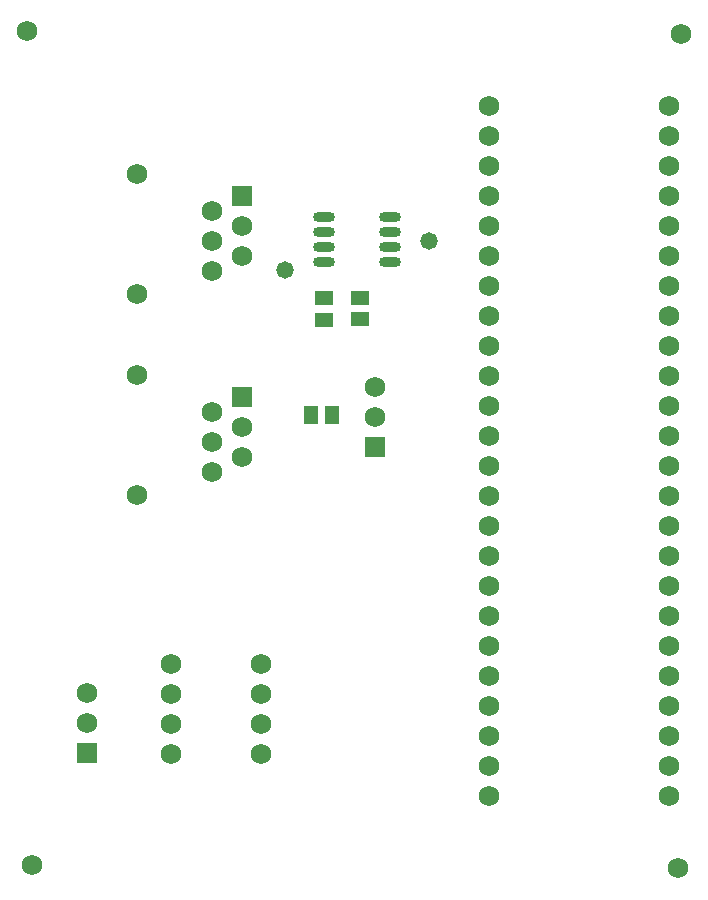
<source format=gbr>
%TF.GenerationSoftware,Altium Limited,Altium Designer,19.1.8 (144)*%
G04 Layer_Color=8388736*
%FSLAX26Y26*%
%MOIN*%
%TF.FileFunction,Soldermask,Top*%
%TF.Part,Single*%
G01*
G75*
%TA.AperFunction,ComponentPad*%
%ADD21C,0.068000*%
%ADD22R,0.068000X0.068000*%
%TA.AperFunction,ViaPad*%
%ADD23C,0.068000*%
%ADD24C,0.058000*%
%TA.AperFunction,SMDPad,CuDef*%
%ADD28R,0.049339X0.059181*%
%ADD29R,0.063118X0.049339*%
%ADD30R,0.059181X0.049339*%
%ADD31O,0.072961X0.033591*%
D21*
X2270000Y1065000D02*
D03*
Y1165000D02*
D03*
Y1265000D02*
D03*
Y2665000D02*
D03*
Y2565000D02*
D03*
Y2465000D02*
D03*
X1670000Y1265000D02*
D03*
X2270000Y965000D02*
D03*
Y865000D02*
D03*
Y765000D02*
D03*
Y665000D02*
D03*
Y565000D02*
D03*
Y465000D02*
D03*
Y365000D02*
D03*
X1670000D02*
D03*
Y465000D02*
D03*
Y565000D02*
D03*
Y665000D02*
D03*
Y765000D02*
D03*
Y865000D02*
D03*
Y965000D02*
D03*
Y1065000D02*
D03*
Y1165000D02*
D03*
X2270000Y2365000D02*
D03*
Y2265000D02*
D03*
Y2165000D02*
D03*
Y2065000D02*
D03*
Y1965000D02*
D03*
Y1865000D02*
D03*
Y1765000D02*
D03*
Y1665000D02*
D03*
Y1565000D02*
D03*
Y1465000D02*
D03*
Y1365000D02*
D03*
X1670000D02*
D03*
Y1465000D02*
D03*
Y1565000D02*
D03*
Y1665000D02*
D03*
Y1765000D02*
D03*
Y1865000D02*
D03*
Y1965000D02*
D03*
Y2065000D02*
D03*
Y2165000D02*
D03*
Y2265000D02*
D03*
Y2365000D02*
D03*
Y2465000D02*
D03*
Y2565000D02*
D03*
Y2665000D02*
D03*
X1290000Y1630000D02*
D03*
Y1730000D02*
D03*
X330000Y710000D02*
D03*
Y610000D02*
D03*
X910000Y505000D02*
D03*
Y605000D02*
D03*
Y705000D02*
D03*
Y805000D02*
D03*
X610000D02*
D03*
Y705000D02*
D03*
Y605000D02*
D03*
Y505000D02*
D03*
X745000Y2115000D02*
D03*
Y2215000D02*
D03*
Y2315000D02*
D03*
X845000Y2165000D02*
D03*
Y2265000D02*
D03*
X495000Y2040000D02*
D03*
Y2440000D02*
D03*
X745000Y1445000D02*
D03*
Y1545000D02*
D03*
Y1645000D02*
D03*
X845000Y1495000D02*
D03*
Y1595000D02*
D03*
X495000Y1370000D02*
D03*
Y1770000D02*
D03*
D22*
X1290000Y1530000D02*
D03*
X330000Y510000D02*
D03*
X845000Y2365000D02*
D03*
Y1695000D02*
D03*
D23*
X2300000Y125000D02*
D03*
X145000Y135000D02*
D03*
X130000Y2915000D02*
D03*
X2310000Y2905000D02*
D03*
D24*
X990000Y2120000D02*
D03*
X1470000Y2215000D02*
D03*
D28*
X1147835Y1635000D02*
D03*
X1075000D02*
D03*
D29*
X1240000Y2027835D02*
D03*
Y1955000D02*
D03*
D30*
X1120000Y2026417D02*
D03*
Y1953583D02*
D03*
D31*
X1118780Y2295000D02*
D03*
Y2245000D02*
D03*
Y2195000D02*
D03*
Y2145000D02*
D03*
X1341220Y2295000D02*
D03*
Y2245000D02*
D03*
Y2195000D02*
D03*
Y2145000D02*
D03*
%TF.MD5,e275066623e6dc12d344c4136a81fcea*%
M02*

</source>
